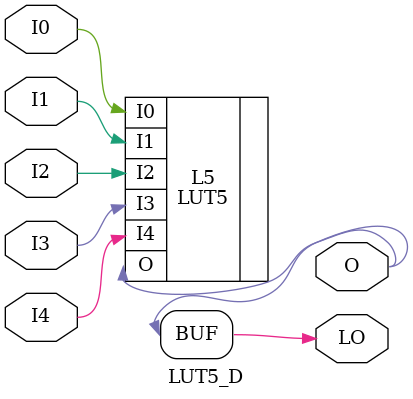
<source format=v>

`timescale  1 ps / 1 ps


module LUT5_D (LO, O, I0, I1, I2, I3, I4);

    parameter [31:0] INIT = 32'h00000000;

    input I0, I1, I2, I3, I4;

    output LO, O;
    
    wire LO;
    wire O;

    LUT5 #(.INIT(INIT)) L5 (.O(O), .I0(I0), .I1(I1), .I2(I2), .I3(I3) , .I4(I4));

    assign LO = O;

endmodule



</source>
